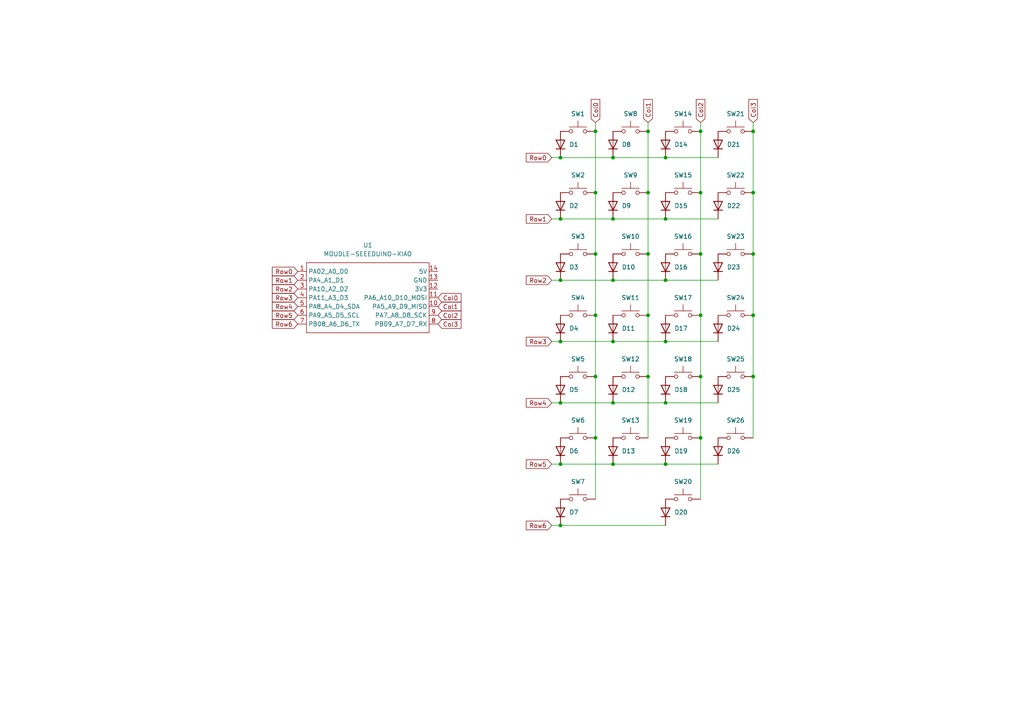
<source format=kicad_sch>
(kicad_sch (version 20231120) (generator "eeschema") (generator_version "8.0")
  (paper "A4")
  (lib_symbols
    (symbol "Device:D" (pin_numbers hide) (pin_names (offset 1.016) hide)
      (property "Reference" "D" (at 0 2.54 0))
      (property "Value" "D" (at 0 -2.54 0))
      (symbol "D_0_1"
        (polyline (pts (xy -1.27 1.27) (xy -1.27 -1.27)) (stroke (width 0.254)))
        (polyline (pts (xy 1.27 0) (xy -1.27 0)))
        (polyline (pts (xy 1.27 1.27) (xy 1.27 -1.27) (xy -1.27 0) (xy 1.27 1.27)) (stroke (width 0.254)))
      )
      (symbol "D_1_1"
        (pin passive line (at -3.81 0 0) (length 2.54) (name "K") (number "1"))
        (pin passive line (at 3.81 0 180) (length 2.54) (name "A") (number "2"))
      )
    )
    (symbol "MOUDLE-SEEEDUINO-XIAO:MOUDLE-SEEEDUINO-XIAO"
      (property "Reference" "U" (at -16.51 11.43 0))
      (property "Value" "MOUDLE-SEEEDUINO-XIAO" (at -3.81 -11.43 0))
      (symbol "MOUDLE-SEEEDUINO-XIAO_0_1"
        (rectangle (start -16.51 10.16) (end 19.05 -10.16))
      )
      (symbol "MOUDLE-SEEEDUINO-XIAO_1_1"
        (pin passive line (at -19.05 7.62 0) (length 2.54) (name "PA02_A0_D0") (number "1"))
        (pin passive line (at 21.59 -2.54 180) (length 2.54) (name "PA5_A9_D9_MISO") (number "10"))
        (pin passive line (at 21.59 0 180) (length 2.54) (name "PA6_A10_D10_MOSI") (number "11"))
        (pin passive line (at 21.59 2.54 180) (length 2.54) (name "3V3") (number "12"))
        (pin passive line (at 21.59 5.08 180) (length 2.54) (name "GND") (number "13"))
        (pin passive line (at 21.59 7.62 180) (length 2.54) (name "5V") (number "14"))
        (pin passive line (at -19.05 5.08 0) (length 2.54) (name "PA4_A1_D1") (number "2"))
        (pin passive line (at -19.05 2.54 0) (length 2.54) (name "PA10_A2_D2") (number "3"))
        (pin passive line (at -19.05 0 0) (length 2.54) (name "PA11_A3_D3") (number "4"))
        (pin passive line (at -19.05 -2.54 0) (length 2.54) (name "PA8_A4_D4_SDA") (number "5"))
        (pin passive line (at -19.05 -5.08 0) (length 2.54) (name "PA9_A5_D5_SCL") (number "6"))
        (pin passive line (at -19.05 -7.62 0) (length 2.54) (name "PB08_A6_D6_TX") (number "7"))
        (pin passive line (at 21.59 -7.62 180) (length 2.54) (name "PB09_A7_D7_RX") (number "8"))
        (pin passive line (at 21.59 -5.08 180) (length 2.54) (name "PA7_A8_D8_SCK") (number "9"))
      )
    )
    (symbol "Switch:SW_Push" (pin_numbers hide) (pin_names (offset 1.016) hide)
      (property "Reference" "SW" (at 1.27 2.54 0))
      (property "Value" "SW_Push" (at 0 -1.524 0))
      (symbol "SW_Push_0_1"
        (circle (center -2.032 0) (radius 0.508))
        (polyline (pts (xy 0 1.27) (xy 0 3.048)))
        (polyline (pts (xy 2.54 1.27) (xy -2.54 1.27)))
        (circle (center 2.032 0) (radius 0.508))
        (pin passive line (at -5.08 0 0) (length 2.54) (name "1") (number "1"))
        (pin passive line (at 5.08 0 180) (length 2.54) (name "2") (number "2"))
      )
    )
  )
  (junction (at 172.72 38.1))
  (junction (at 187.96 109.22))
  (junction (at 162.56 45.72))
  (junction (at 162.56 99.06))
  (junction (at 187.96 73.66))
  (junction (at 177.8 45.72))
  (junction (at 203.2 127))
  (junction (at 203.2 55.88))
  (junction (at 193.04 81.28))
  (junction (at 193.04 63.5))
  (junction (at 162.56 81.28))
  (junction (at 203.2 73.66))
  (junction (at 218.44 91.44))
  (junction (at 162.56 116.84))
  (junction (at 172.72 55.88))
  (junction (at 218.44 109.22))
  (junction (at 172.72 91.44))
  (junction (at 203.2 91.44))
  (junction (at 187.96 91.44))
  (junction (at 162.56 134.62))
  (junction (at 193.04 45.72))
  (junction (at 177.8 63.5))
  (junction (at 218.44 38.1))
  (junction (at 172.72 73.66))
  (junction (at 172.72 109.22))
  (junction (at 203.2 109.22))
  (junction (at 177.8 99.06))
  (junction (at 162.56 152.4))
  (junction (at 187.96 38.1))
  (junction (at 218.44 55.88))
  (junction (at 172.72 127))
  (junction (at 193.04 116.84))
  (junction (at 177.8 116.84))
  (junction (at 193.04 134.62))
  (junction (at 187.96 55.88))
  (junction (at 203.2 38.1))
  (junction (at 177.8 81.28))
  (junction (at 162.56 63.5))
  (junction (at 193.04 99.06))
  (junction (at 218.44 73.66))
  (junction (at 177.8 134.62))
  (wire (pts (xy 160.02 45.72) (xy 162.56 45.72)))
  (wire (pts (xy 203.2 35.56) (xy 203.2 38.1)))
  (wire (pts (xy 177.8 99.06) (xy 193.04 99.06)))
  (wire (pts (xy 203.2 55.88) (xy 203.2 73.66)))
  (wire (pts (xy 172.72 127) (xy 172.72 144.78)))
  (wire (pts (xy 193.04 134.62) (xy 208.28 134.62)))
  (wire (pts (xy 162.56 63.5) (xy 177.8 63.5)))
  (wire (pts (xy 160.02 116.84) (xy 162.56 116.84)))
  (wire (pts (xy 177.8 81.28) (xy 193.04 81.28)))
  (wire (pts (xy 187.96 55.88) (xy 187.96 73.66)))
  (wire (pts (xy 172.72 109.22) (xy 172.72 127)))
  (wire (pts (xy 187.96 73.66) (xy 187.96 91.44)))
  (wire (pts (xy 162.56 134.62) (xy 177.8 134.62)))
  (wire (pts (xy 172.72 35.56) (xy 172.72 38.1)))
  (wire (pts (xy 218.44 35.56) (xy 218.44 38.1)))
  (wire (pts (xy 162.56 116.84) (xy 177.8 116.84)))
  (wire (pts (xy 187.96 35.56) (xy 187.96 38.1)))
  (wire (pts (xy 160.02 99.06) (xy 162.56 99.06)))
  (wire (pts (xy 172.72 73.66) (xy 172.72 91.44)))
  (wire (pts (xy 172.72 55.88) (xy 172.72 73.66)))
  (wire (pts (xy 193.04 45.72) (xy 208.28 45.72)))
  (wire (pts (xy 218.44 91.44) (xy 218.44 109.22)))
  (wire (pts (xy 203.2 109.22) (xy 203.2 127)))
  (wire (pts (xy 160.02 63.5) (xy 162.56 63.5)))
  (wire (pts (xy 187.96 38.1) (xy 187.96 55.88)))
  (wire (pts (xy 177.8 63.5) (xy 193.04 63.5)))
  (wire (pts (xy 177.8 134.62) (xy 193.04 134.62)))
  (wire (pts (xy 193.04 63.5) (xy 208.28 63.5)))
  (wire (pts (xy 218.44 109.22) (xy 218.44 127)))
  (wire (pts (xy 193.04 99.06) (xy 208.28 99.06)))
  (wire (pts (xy 218.44 73.66) (xy 218.44 91.44)))
  (wire (pts (xy 203.2 127) (xy 203.2 144.78)))
  (wire (pts (xy 203.2 73.66) (xy 203.2 91.44)))
  (wire (pts (xy 193.04 116.84) (xy 208.28 116.84)))
  (wire (pts (xy 160.02 152.4) (xy 162.56 152.4)))
  (wire (pts (xy 218.44 38.1) (xy 218.44 55.88)))
  (wire (pts (xy 162.56 81.28) (xy 177.8 81.28)))
  (wire (pts (xy 160.02 134.62) (xy 162.56 134.62)))
  (wire (pts (xy 162.56 99.06) (xy 177.8 99.06)))
  (wire (pts (xy 193.04 81.28) (xy 208.28 81.28)))
  (wire (pts (xy 162.56 152.4) (xy 193.04 152.4)))
  (wire (pts (xy 187.96 91.44) (xy 187.96 109.22)))
  (wire (pts (xy 187.96 109.22) (xy 187.96 127)))
  (wire (pts (xy 218.44 55.88) (xy 218.44 73.66)))
  (wire (pts (xy 177.8 116.84) (xy 193.04 116.84)))
  (wire (pts (xy 172.72 38.1) (xy 172.72 55.88)))
  (wire (pts (xy 162.56 45.72) (xy 177.8 45.72)))
  (wire (pts (xy 177.8 45.72) (xy 193.04 45.72)))
  (wire (pts (xy 203.2 38.1) (xy 203.2 55.88)))
  (wire (pts (xy 160.02 81.28) (xy 162.56 81.28)))
  (wire (pts (xy 203.2 91.44) (xy 203.2 109.22)))
  (wire (pts (xy 172.72 91.44) (xy 172.72 109.22)))
  (global_label "Col1" (shape input) (at 127 88.9 0) (property "Intersheetrefs" "${INTERSHEET_REFS}" (effects (hide yes))))
  (global_label "Row5" (shape input) (at 160.02 134.62 180) (property "Intersheetrefs" "${INTERSHEET_REFS}" (effects (hide yes))))
  (global_label "Row1" (shape input) (at 160.02 63.5 180) (property "Intersheetrefs" "${INTERSHEET_REFS}" (effects (hide yes))))
  (global_label "Col3" (shape input) (at 127 93.98 0) (property "Intersheetrefs" "${INTERSHEET_REFS}" (effects (hide yes))))
  (global_label "Col1" (shape input) (at 187.96 35.56 90) (property "Intersheetrefs" "${INTERSHEET_REFS}" (effects (hide yes))))
  (global_label "Row4" (shape input) (at 160.02 116.84 180) (property "Intersheetrefs" "${INTERSHEET_REFS}" (effects (hide yes))))
  (global_label "Col0" (shape input) (at 172.72 35.56 90) (property "Intersheetrefs" "${INTERSHEET_REFS}" (effects (hide yes))))
  (global_label "Col0" (shape input) (at 127 86.36 0) (property "Intersheetrefs" "${INTERSHEET_REFS}" (effects (hide yes))))
  (global_label "Row2" (shape input) (at 86.36 83.82 180) (property "Intersheetrefs" "${INTERSHEET_REFS}" (effects (hide yes))))
  (global_label "Col3" (shape input) (at 218.44 35.56 90) (property "Intersheetrefs" "${INTERSHEET_REFS}" (effects (hide yes))))
  (global_label "Row0" (shape input) (at 86.36 78.74 180) (property "Intersheetrefs" "${INTERSHEET_REFS}" (effects (hide yes))))
  (global_label "Row6" (shape input) (at 160.02 152.4 180) (property "Intersheetrefs" "${INTERSHEET_REFS}" (effects (hide yes))))
  (global_label "Row3" (shape input) (at 86.36 86.36 180) (property "Intersheetrefs" "${INTERSHEET_REFS}" (effects (hide yes))))
  (global_label "Col2" (shape input) (at 203.2 35.56 90) (property "Intersheetrefs" "${INTERSHEET_REFS}" (effects (hide yes))))
  (global_label "Col2" (shape input) (at 127 91.44 0) (property "Intersheetrefs" "${INTERSHEET_REFS}" (effects (hide yes))))
  (global_label "Row0" (shape input) (at 160.02 45.72 180) (property "Intersheetrefs" "${INTERSHEET_REFS}" (effects (hide yes))))
  (global_label "Row4" (shape input) (at 86.36 88.9 180) (property "Intersheetrefs" "${INTERSHEET_REFS}" (effects (hide yes))))
  (global_label "Row1" (shape input) (at 86.36 81.28 180) (property "Intersheetrefs" "${INTERSHEET_REFS}" (effects (hide yes))))
  (global_label "Row5" (shape input) (at 86.36 91.44 180) (property "Intersheetrefs" "${INTERSHEET_REFS}" (effects (hide yes))))
  (global_label "Row6" (shape input) (at 86.36 93.98 180) (property "Intersheetrefs" "${INTERSHEET_REFS}" (effects (hide yes))))
  (global_label "Row3" (shape input) (at 160.02 99.06 180) (property "Intersheetrefs" "${INTERSHEET_REFS}" (effects (hide yes))))
  (global_label "Row2" (shape input) (at 160.02 81.28 180) (property "Intersheetrefs" "${INTERSHEET_REFS}" (effects (hide yes))))
  (symbol (lib_id "Device:D") (at 162.56 41.91 90) (unit 1)
    (property "Reference" "D1" (at 165.1 41.9099 90) (effects (justify right)))
    (property "Value" "D" (effects (hide yes)))
    (property "Footprint" "Diode_SMD:D_SOD-323" (effects (hide yes)))
    (property "Description" "Diode" (effects (hide yes)))
    (property "Sim.Device" "D" (effects (hide yes)))
    (property "Sim.Pins" "1=K 2=A" (effects (hide yes)))
    (property "JLC" "C2128" (effects (hide yes)))
  )
  (symbol (lib_id "Switch:SW_Push") (at 167.64 144.78 0) (unit 1)
    (property "Reference" "SW7" (at 167.64 139.7 0))
    (property "Value" "SW_Push" (effects (hide yes)))
    (property "Footprint" "PCM_Switch_Keyboard_Cherry_MX:SW_Cherry_MX_PCB_1.00u" (effects (hide yes)))
    (property "Description" "Push button switch, generic, two pins" (effects (hide yes)))
  )
  (symbol (lib_id "Device:D") (at 193.04 41.91 90) (unit 1)
    (property "Reference" "D14" (at 195.58 41.9099 90) (effects (justify right)))
    (property "Value" "D" (effects (hide yes)))
    (property "Footprint" "Diode_SMD:D_SOD-323" (effects (hide yes)))
    (property "Description" "Diode" (effects (hide yes)))
    (property "Sim.Device" "D" (effects (hide yes)))
    (property "Sim.Pins" "1=K 2=A" (effects (hide yes)))
    (property "JLC" "C2128" (effects (hide yes)))
  )
  (symbol (lib_id "Switch:SW_Push") (at 213.36 55.88 0) (unit 1)
    (property "Reference" "SW22" (at 213.36 50.8 0))
    (property "Value" "SW_Push" (effects (hide yes)))
    (property "Footprint" "PCM_Switch_Keyboard_Cherry_MX:SW_Cherry_MX_PCB_1.00u" (effects (hide yes)))
    (property "Description" "Push button switch, generic, two pins" (effects (hide yes)))
  )
  (symbol (lib_id "Switch:SW_Push") (at 182.88 55.88 0) (unit 1)
    (property "Reference" "SW9" (at 182.88 50.8 0))
    (property "Value" "SW_Push" (effects (hide yes)))
    (property "Footprint" "PCM_Switch_Keyboard_Cherry_MX:SW_Cherry_MX_PCB_1.00u" (effects (hide yes)))
    (property "Description" "Push button switch, generic, two pins" (effects (hide yes)))
  )
  (symbol (lib_id "Device:D") (at 177.8 77.47 90) (unit 1)
    (property "Reference" "D10" (at 180.34 77.4699 90) (effects (justify right)))
    (property "Value" "D" (effects (hide yes)))
    (property "Footprint" "Diode_SMD:D_SOD-323" (effects (hide yes)))
    (property "Description" "Diode" (effects (hide yes)))
    (property "Sim.Device" "D" (effects (hide yes)))
    (property "Sim.Pins" "1=K 2=A" (effects (hide yes)))
    (property "JLC" "C2128" (effects (hide yes)))
  )
  (symbol (lib_id "Device:D") (at 193.04 130.81 90) (unit 1)
    (property "Reference" "D19" (at 195.58 130.8099 90) (effects (justify right)))
    (property "Value" "D" (effects (hide yes)))
    (property "Footprint" "Diode_SMD:D_SOD-323" (effects (hide yes)))
    (property "Description" "Diode" (effects (hide yes)))
    (property "Sim.Device" "D" (effects (hide yes)))
    (property "Sim.Pins" "1=K 2=A" (effects (hide yes)))
    (property "JLC" "C2128" (effects (hide yes)))
  )
  (symbol (lib_id "Device:D") (at 193.04 113.03 90) (unit 1)
    (property "Reference" "D18" (at 195.58 113.0299 90) (effects (justify right)))
    (property "Value" "D" (effects (hide yes)))
    (property "Footprint" "Diode_SMD:D_SOD-323" (effects (hide yes)))
    (property "Description" "Diode" (effects (hide yes)))
    (property "Sim.Device" "D" (effects (hide yes)))
    (property "Sim.Pins" "1=K 2=A" (effects (hide yes)))
    (property "JLC" "C2128" (effects (hide yes)))
  )
  (symbol (lib_id "Switch:SW_Push") (at 213.36 38.1 0) (unit 1)
    (property "Reference" "SW21" (at 213.36 33.02 0))
    (property "Value" "SW_Push" (effects (hide yes)))
    (property "Footprint" "PCM_Switch_Keyboard_Cherry_MX:SW_Cherry_MX_PCB_1.00u" (effects (hide yes)))
    (property "Description" "Push button switch, generic, two pins" (effects (hide yes)))
  )
  (symbol (lib_id "Device:D") (at 162.56 130.81 90) (unit 1)
    (property "Reference" "D6" (at 165.1 130.8099 90) (effects (justify right)))
    (property "Value" "D" (effects (hide yes)))
    (property "Footprint" "Diode_SMD:D_SOD-323" (effects (hide yes)))
    (property "Description" "Diode" (effects (hide yes)))
    (property "Sim.Device" "D" (effects (hide yes)))
    (property "Sim.Pins" "1=K 2=A" (effects (hide yes)))
    (property "JLC" "C2128" (effects (hide yes)))
  )
  (symbol (lib_id "Device:D") (at 208.28 130.81 90) (unit 1)
    (property "Reference" "D26" (at 210.82 130.8099 90) (effects (justify right)))
    (property "Value" "D" (effects (hide yes)))
    (property "Footprint" "Diode_SMD:D_SOD-323" (effects (hide yes)))
    (property "Description" "Diode" (effects (hide yes)))
    (property "Sim.Device" "D" (effects (hide yes)))
    (property "Sim.Pins" "1=K 2=A" (effects (hide yes)))
    (property "JLC" "C2128" (effects (hide yes)))
  )
  (symbol (lib_id "Switch:SW_Push") (at 198.12 109.22 0) (unit 1)
    (property "Reference" "SW18" (at 198.12 104.14 0))
    (property "Value" "SW_Push" (effects (hide yes)))
    (property "Footprint" "PCM_Switch_Keyboard_Cherry_MX:SW_Cherry_MX_PCB_1.00u" (effects (hide yes)))
    (property "Description" "Push button switch, generic, two pins" (effects (hide yes)))
  )
  (symbol (lib_id "Device:D") (at 162.56 59.69 90) (unit 1)
    (property "Reference" "D2" (at 165.1 59.6899 90) (effects (justify right)))
    (property "Value" "D" (effects (hide yes)))
    (property "Footprint" "Diode_SMD:D_SOD-323" (effects (hide yes)))
    (property "Description" "Diode" (effects (hide yes)))
    (property "Sim.Device" "D" (effects (hide yes)))
    (property "Sim.Pins" "1=K 2=A" (effects (hide yes)))
    (property "JLC" "C2128" (effects (hide yes)))
  )
  (symbol (lib_id "Device:D") (at 177.8 113.03 90) (unit 1)
    (property "Reference" "D12" (at 180.34 113.0299 90) (effects (justify right)))
    (property "Value" "D" (effects (hide yes)))
    (property "Footprint" "Diode_SMD:D_SOD-323" (effects (hide yes)))
    (property "Description" "Diode" (effects (hide yes)))
    (property "Sim.Device" "D" (effects (hide yes)))
    (property "Sim.Pins" "1=K 2=A" (effects (hide yes)))
    (property "JLC" "C2128" (effects (hide yes)))
  )
  (symbol (lib_id "Switch:SW_Push") (at 167.64 109.22 0) (unit 1)
    (property "Reference" "SW5" (at 167.64 104.14 0))
    (property "Value" "SW_Push" (effects (hide yes)))
    (property "Footprint" "PCM_Switch_Keyboard_Cherry_MX:SW_Cherry_MX_PCB_1.00u" (effects (hide yes)))
    (property "Description" "Push button switch, generic, two pins" (effects (hide yes)))
  )
  (symbol (lib_id "Switch:SW_Push") (at 182.88 127 0) (unit 1)
    (property "Reference" "SW13" (at 182.88 121.92 0))
    (property "Value" "SW_Push" (effects (hide yes)))
    (property "Footprint" "PCM_Switch_Keyboard_Cherry_MX:SW_Cherry_MX_PCB_1.00u" (effects (hide yes)))
    (property "Description" "Push button switch, generic, two pins" (effects (hide yes)))
  )
  (symbol (lib_id "Device:D") (at 177.8 41.91 90) (unit 1)
    (property "Reference" "D8" (at 180.34 41.9099 90) (effects (justify right)))
    (property "Value" "D" (effects (hide yes)))
    (property "Footprint" "Diode_SMD:D_SOD-323" (effects (hide yes)))
    (property "Description" "Diode" (effects (hide yes)))
    (property "Sim.Device" "D" (effects (hide yes)))
    (property "Sim.Pins" "1=K 2=A" (effects (hide yes)))
    (property "JLC" "C2128" (effects (hide yes)))
  )
  (symbol (lib_id "Device:D") (at 193.04 59.69 90) (unit 1)
    (property "Reference" "D15" (at 195.58 59.6899 90) (effects (justify right)))
    (property "Value" "D" (effects (hide yes)))
    (property "Footprint" "Diode_SMD:D_SOD-323" (effects (hide yes)))
    (property "Description" "Diode" (effects (hide yes)))
    (property "Sim.Device" "D" (effects (hide yes)))
    (property "Sim.Pins" "1=K 2=A" (effects (hide yes)))
    (property "JLC" "C2128" (effects (hide yes)))
  )
  (symbol (lib_id "Device:D") (at 177.8 130.81 90) (unit 1)
    (property "Reference" "D13" (at 180.34 130.8099 90) (effects (justify right)))
    (property "Value" "D" (effects (hide yes)))
    (property "Footprint" "Diode_SMD:D_SOD-323" (effects (hide yes)))
    (property "Description" "Diode" (effects (hide yes)))
    (property "Sim.Device" "D" (effects (hide yes)))
    (property "Sim.Pins" "1=K 2=A" (effects (hide yes)))
    (property "JLC" "C2128" (effects (hide yes)))
  )
  (symbol (lib_id "Device:D") (at 208.28 77.47 90) (unit 1)
    (property "Reference" "D23" (at 210.82 77.4699 90) (effects (justify right)))
    (property "Value" "D" (effects (hide yes)))
    (property "Footprint" "Diode_SMD:D_SOD-323" (effects (hide yes)))
    (property "Description" "Diode" (effects (hide yes)))
    (property "Sim.Device" "D" (effects (hide yes)))
    (property "Sim.Pins" "1=K 2=A" (effects (hide yes)))
    (property "JLC" "C2128" (effects (hide yes)))
  )
  (symbol (lib_id "Device:D") (at 177.8 59.69 90) (unit 1)
    (property "Reference" "D9" (at 180.34 59.6899 90) (effects (justify right)))
    (property "Value" "D" (effects (hide yes)))
    (property "Footprint" "Diode_SMD:D_SOD-323" (effects (hide yes)))
    (property "Description" "Diode" (effects (hide yes)))
    (property "Sim.Device" "D" (effects (hide yes)))
    (property "Sim.Pins" "1=K 2=A" (effects (hide yes)))
    (property "JLC" "C2128" (effects (hide yes)))
  )
  (symbol (lib_id "Switch:SW_Push") (at 167.64 127 0) (unit 1)
    (property "Reference" "SW6" (at 167.64 121.92 0))
    (property "Value" "SW_Push" (effects (hide yes)))
    (property "Footprint" "PCM_Switch_Keyboard_Cherry_MX:SW_Cherry_MX_PCB_1.00u" (effects (hide yes)))
    (property "Description" "Push button switch, generic, two pins" (effects (hide yes)))
  )
  (symbol (lib_id "Switch:SW_Push") (at 213.36 73.66 0) (unit 1)
    (property "Reference" "SW23" (at 213.36 68.58 0))
    (property "Value" "SW_Push" (effects (hide yes)))
    (property "Footprint" "PCM_Switch_Keyboard_Cherry_MX:SW_Cherry_MX_PCB_1.00u" (effects (hide yes)))
    (property "Description" "Push button switch, generic, two pins" (effects (hide yes)))
  )
  (symbol (lib_id "Switch:SW_Push") (at 198.12 55.88 0) (unit 1)
    (property "Reference" "SW15" (at 198.12 50.8 0))
    (property "Value" "SW_Push" (effects (hide yes)))
    (property "Footprint" "PCM_Switch_Keyboard_Cherry_MX:SW_Cherry_MX_PCB_1.00u" (effects (hide yes)))
    (property "Description" "Push button switch, generic, two pins" (effects (hide yes)))
  )
  (symbol (lib_id "MOUDLE-SEEEDUINO-XIAO:MOUDLE-SEEEDUINO-XIAO") (at 105.41 86.36 0) (unit 1)
    (property "Reference" "U1" (at 106.68 71.12 0))
    (property "Value" "MOUDLE-SEEEDUINO-XIAO" (at 106.68 73.66 0))
    (property "Footprint" "XIAO_PCB:MOUDLE14P-SMD-2.54-21X17.8MM" (effects (hide yes)))
  )
  (symbol (lib_id "Switch:SW_Push") (at 167.64 55.88 0) (unit 1)
    (property "Reference" "SW2" (at 167.64 50.8 0))
    (property "Value" "SW_Push" (effects (hide yes)))
    (property "Footprint" "PCM_Switch_Keyboard_Cherry_MX:SW_Cherry_MX_PCB_1.00u" (effects (hide yes)))
    (property "Description" "Push button switch, generic, two pins" (effects (hide yes)))
  )
  (symbol (lib_id "Switch:SW_Push") (at 167.64 38.1 0) (unit 1)
    (property "Reference" "SW1" (at 167.64 33.02 0))
    (property "Value" "SW_Push" (effects (hide yes)))
    (property "Footprint" "PCM_Switch_Keyboard_Cherry_MX:SW_Cherry_MX_PCB_1.00u" (effects (hide yes)))
    (property "Description" "Push button switch, generic, two pins" (effects (hide yes)))
  )
  (symbol (lib_id "Switch:SW_Push") (at 198.12 91.44 0) (unit 1)
    (property "Reference" "SW17" (at 198.12 86.36 0))
    (property "Value" "SW_Push" (effects (hide yes)))
    (property "Footprint" "PCM_Switch_Keyboard_Cherry_MX:SW_Cherry_MX_PCB_1.00u" (effects (hide yes)))
    (property "Description" "Push button switch, generic, two pins" (effects (hide yes)))
  )
  (symbol (lib_id "Device:D") (at 208.28 95.25 90) (unit 1)
    (property "Reference" "D24" (at 210.82 95.2499 90) (effects (justify right)))
    (property "Value" "D" (effects (hide yes)))
    (property "Footprint" "Diode_SMD:D_SOD-323" (effects (hide yes)))
    (property "Description" "Diode" (effects (hide yes)))
    (property "Sim.Device" "D" (effects (hide yes)))
    (property "Sim.Pins" "1=K 2=A" (effects (hide yes)))
    (property "JLC" "C2128" (effects (hide yes)))
  )
  (symbol (lib_id "Device:D") (at 193.04 95.25 90) (unit 1)
    (property "Reference" "D17" (at 195.58 95.2499 90) (effects (justify right)))
    (property "Value" "D" (effects (hide yes)))
    (property "Footprint" "Diode_SMD:D_SOD-323" (effects (hide yes)))
    (property "Description" "Diode" (effects (hide yes)))
    (property "Sim.Device" "D" (effects (hide yes)))
    (property "Sim.Pins" "1=K 2=A" (effects (hide yes)))
    (property "JLC" "C2128" (effects (hide yes)))
  )
  (symbol (lib_id "Switch:SW_Push") (at 167.64 91.44 0) (unit 1)
    (property "Reference" "SW4" (at 167.64 86.36 0))
    (property "Value" "SW_Push" (effects (hide yes)))
    (property "Footprint" "PCM_Switch_Keyboard_Cherry_MX:SW_Cherry_MX_PCB_1.00u" (effects (hide yes)))
    (property "Description" "Push button switch, generic, two pins" (effects (hide yes)))
  )
  (symbol (lib_id "Switch:SW_Push") (at 213.36 109.22 0) (unit 1)
    (property "Reference" "SW25" (at 213.36 104.14 0))
    (property "Value" "SW_Push" (effects (hide yes)))
    (property "Footprint" "PCM_Switch_Keyboard_Cherry_MX:SW_Cherry_MX_PCB_1.00u" (effects (hide yes)))
    (property "Description" "Push button switch, generic, two pins" (effects (hide yes)))
  )
  (symbol (lib_id "Switch:SW_Push") (at 198.12 38.1 0) (unit 1)
    (property "Reference" "SW14" (at 198.12 33.02 0))
    (property "Value" "SW_Push" (effects (hide yes)))
    (property "Footprint" "PCM_Switch_Keyboard_Cherry_MX:SW_Cherry_MX_PCB_1.00u" (effects (hide yes)))
    (property "Description" "Push button switch, generic, two pins" (effects (hide yes)))
  )
  (symbol (lib_id "Switch:SW_Push") (at 213.36 91.44 0) (unit 1)
    (property "Reference" "SW24" (at 213.36 86.36 0))
    (property "Value" "SW_Push" (effects (hide yes)))
    (property "Footprint" "PCM_Switch_Keyboard_Cherry_MX:SW_Cherry_MX_PCB_1.00u" (effects (hide yes)))
    (property "Description" "Push button switch, generic, two pins" (effects (hide yes)))
  )
  (symbol (lib_id "Switch:SW_Push") (at 213.36 127 0) (unit 1)
    (property "Reference" "SW26" (at 213.36 121.92 0))
    (property "Value" "SW_Push" (effects (hide yes)))
    (property "Footprint" "PCM_Switch_Keyboard_Cherry_MX:SW_Cherry_MX_PCB_1.00u" (effects (hide yes)))
    (property "Description" "Push button switch, generic, two pins" (effects (hide yes)))
  )
  (symbol (lib_id "Switch:SW_Push") (at 198.12 144.78 0) (unit 1)
    (property "Reference" "SW20" (at 198.12 139.7 0))
    (property "Value" "SW_Push" (effects (hide yes)))
    (property "Footprint" "PCM_Switch_Keyboard_Cherry_MX:SW_Cherry_MX_PCB_1.00u" (effects (hide yes)))
    (property "Description" "Push button switch, generic, two pins" (effects (hide yes)))
  )
  (symbol (lib_id "Device:D") (at 193.04 77.47 90) (unit 1)
    (property "Reference" "D16" (at 195.58 77.4699 90) (effects (justify right)))
    (property "Value" "D" (effects (hide yes)))
    (property "Footprint" "Diode_SMD:D_SOD-323" (effects (hide yes)))
    (property "Description" "Diode" (effects (hide yes)))
    (property "Sim.Device" "D" (effects (hide yes)))
    (property "Sim.Pins" "1=K 2=A" (effects (hide yes)))
    (property "JLC" "C2128" (effects (hide yes)))
  )
  (symbol (lib_id "Device:D") (at 208.28 59.69 90) (unit 1)
    (property "Reference" "D22" (at 210.82 59.6899 90) (effects (justify right)))
    (property "Value" "D" (effects (hide yes)))
    (property "Footprint" "Diode_SMD:D_SOD-323" (effects (hide yes)))
    (property "Description" "Diode" (effects (hide yes)))
    (property "Sim.Device" "D" (effects (hide yes)))
    (property "Sim.Pins" "1=K 2=A" (effects (hide yes)))
    (property "JLC" "C2128" (effects (hide yes)))
  )
  (symbol (lib_id "Device:D") (at 162.56 95.25 90) (unit 1)
    (property "Reference" "D4" (at 165.1 95.2499 90) (effects (justify right)))
    (property "Value" "D" (effects (hide yes)))
    (property "Footprint" "Diode_SMD:D_SOD-323" (effects (hide yes)))
    (property "Description" "Diode" (effects (hide yes)))
    (property "Sim.Device" "D" (effects (hide yes)))
    (property "Sim.Pins" "1=K 2=A" (effects (hide yes)))
    (property "JLC" "C2128" (effects (hide yes)))
  )
  (symbol (lib_id "Switch:SW_Push") (at 198.12 73.66 0) (unit 1)
    (property "Reference" "SW16" (at 198.12 68.58 0))
    (property "Value" "SW_Push" (effects (hide yes)))
    (property "Footprint" "PCM_Switch_Keyboard_Cherry_MX:SW_Cherry_MX_PCB_1.00u" (effects (hide yes)))
    (property "Description" "Push button switch, generic, two pins" (effects (hide yes)))
  )
  (symbol (lib_id "Device:D") (at 162.56 113.03 90) (unit 1)
    (property "Reference" "D5" (at 165.1 113.0299 90) (effects (justify right)))
    (property "Value" "D" (effects (hide yes)))
    (property "Footprint" "Diode_SMD:D_SOD-323" (effects (hide yes)))
    (property "Description" "Diode" (effects (hide yes)))
    (property "Sim.Device" "D" (effects (hide yes)))
    (property "Sim.Pins" "1=K 2=A" (effects (hide yes)))
    (property "JLC" "C2128" (effects (hide yes)))
  )
  (symbol (lib_id "Switch:SW_Push") (at 182.88 38.1 0) (unit 1)
    (property "Reference" "SW8" (at 182.88 33.02 0))
    (property "Value" "SW_Push" (effects (hide yes)))
    (property "Footprint" "PCM_Switch_Keyboard_Cherry_MX:SW_Cherry_MX_PCB_1.00u" (effects (hide yes)))
    (property "Description" "Push button switch, generic, two pins" (effects (hide yes)))
  )
  (symbol (lib_id "Device:D") (at 162.56 148.59 90) (unit 1)
    (property "Reference" "D7" (at 165.1 148.5899 90) (effects (justify right)))
    (property "Value" "D" (effects (hide yes)))
    (property "Footprint" "Diode_SMD:D_SOD-323" (effects (hide yes)))
    (property "Description" "Diode" (effects (hide yes)))
    (property "Sim.Device" "D" (effects (hide yes)))
    (property "Sim.Pins" "1=K 2=A" (effects (hide yes)))
    (property "JLC" "C2128" (effects (hide yes)))
  )
  (symbol (lib_id "Device:D") (at 208.28 113.03 90) (unit 1)
    (property "Reference" "D25" (at 210.82 113.0299 90) (effects (justify right)))
    (property "Value" "D" (effects (hide yes)))
    (property "Footprint" "Diode_SMD:D_SOD-323" (effects (hide yes)))
    (property "Description" "Diode" (effects (hide yes)))
    (property "Sim.Device" "D" (effects (hide yes)))
    (property "Sim.Pins" "1=K 2=A" (effects (hide yes)))
    (property "JLC" "C2128" (effects (hide yes)))
  )
  (symbol (lib_id "Switch:SW_Push") (at 167.64 73.66 0) (unit 1)
    (property "Reference" "SW3" (at 167.64 68.58 0))
    (property "Value" "SW_Push" (effects (hide yes)))
    (property "Footprint" "PCM_Switch_Keyboard_Cherry_MX:SW_Cherry_MX_PCB_1.00u" (effects (hide yes)))
    (property "Description" "Push button switch, generic, two pins" (effects (hide yes)))
  )
  (symbol (lib_id "Switch:SW_Push") (at 198.12 127 0) (unit 1)
    (property "Reference" "SW19" (at 198.12 121.92 0))
    (property "Value" "SW_Push" (effects (hide yes)))
    (property "Footprint" "PCM_Switch_Keyboard_Cherry_MX:SW_Cherry_MX_PCB_1.00u" (effects (hide yes)))
    (property "Description" "Push button switch, generic, two pins" (effects (hide yes)))
  )
  (symbol (lib_id "Switch:SW_Push") (at 182.88 73.66 0) (unit 1)
    (property "Reference" "SW10" (at 182.88 68.58 0))
    (property "Value" "SW_Push" (effects (hide yes)))
    (property "Footprint" "PCM_Switch_Keyboard_Cherry_MX:SW_Cherry_MX_PCB_1.00u" (effects (hide yes)))
    (property "Description" "Push button switch, generic, two pins" (effects (hide yes)))
  )
  (symbol (lib_id "Switch:SW_Push") (at 182.88 109.22 0) (unit 1)
    (property "Reference" "SW12" (at 182.88 104.14 0))
    (property "Value" "SW_Push" (effects (hide yes)))
    (property "Footprint" "PCM_Switch_Keyboard_Cherry_MX:SW_Cherry_MX_PCB_1.00u" (effects (hide yes)))
    (property "Description" "Push button switch, generic, two pins" (effects (hide yes)))
  )
  (symbol (lib_id "Switch:SW_Push") (at 182.88 91.44 0) (unit 1)
    (property "Reference" "SW11" (at 182.88 86.36 0))
    (property "Value" "SW_Push" (effects (hide yes)))
    (property "Footprint" "PCM_Switch_Keyboard_Cherry_MX:SW_Cherry_MX_PCB_1.00u" (effects (hide yes)))
    (property "Description" "Push button switch, generic, two pins" (effects (hide yes)))
  )
  (symbol (lib_id "Device:D") (at 177.8 95.25 90) (unit 1)
    (property "Reference" "D11" (at 180.34 95.2499 90) (effects (justify right)))
    (property "Value" "D" (effects (hide yes)))
    (property "Footprint" "Diode_SMD:D_SOD-323" (effects (hide yes)))
    (property "Description" "Diode" (effects (hide yes)))
    (property "Sim.Device" "D" (effects (hide yes)))
    (property "Sim.Pins" "1=K 2=A" (effects (hide yes)))
    (property "JLC" "C2128" (effects (hide yes)))
  )
  (symbol (lib_id "Device:D") (at 208.28 41.91 90) (unit 1)
    (property "Reference" "D21" (at 210.82 41.9099 90) (effects (justify right)))
    (property "Value" "D" (effects (hide yes)))
    (property "Footprint" "Diode_SMD:D_SOD-323" (effects (hide yes)))
    (property "Description" "Diode" (effects (hide yes)))
    (property "Sim.Device" "D" (effects (hide yes)))
    (property "Sim.Pins" "1=K 2=A" (effects (hide yes)))
    (property "JLC" "C2128" (effects (hide yes)))
  )
  (symbol (lib_id "Device:D") (at 162.56 77.47 90) (unit 1)
    (property "Reference" "D3" (at 165.1 77.4699 90) (effects (justify right)))
    (property "Value" "D" (effects (hide yes)))
    (property "Footprint" "Diode_SMD:D_SOD-323" (effects (hide yes)))
    (property "Description" "Diode" (effects (hide yes)))
    (property "Sim.Device" "D" (effects (hide yes)))
    (property "Sim.Pins" "1=K 2=A" (effects (hide yes)))
    (property "JLC" "C2128" (effects (hide yes)))
  )
  (symbol (lib_id "Device:D") (at 193.04 148.59 90) (unit 1)
    (property "Reference" "D20" (at 195.58 148.5899 90) (effects (justify right)))
    (property "Value" "D" (effects (hide yes)))
    (property "Footprint" "Diode_SMD:D_SOD-323" (effects (hide yes)))
    (property "Description" "Diode" (effects (hide yes)))
    (property "Sim.Device" "D" (effects (hide yes)))
    (property "Sim.Pins" "1=K 2=A" (effects (hide yes)))
    (property "JLC" "C2128" (effects (hide yes)))
  )
)
</source>
